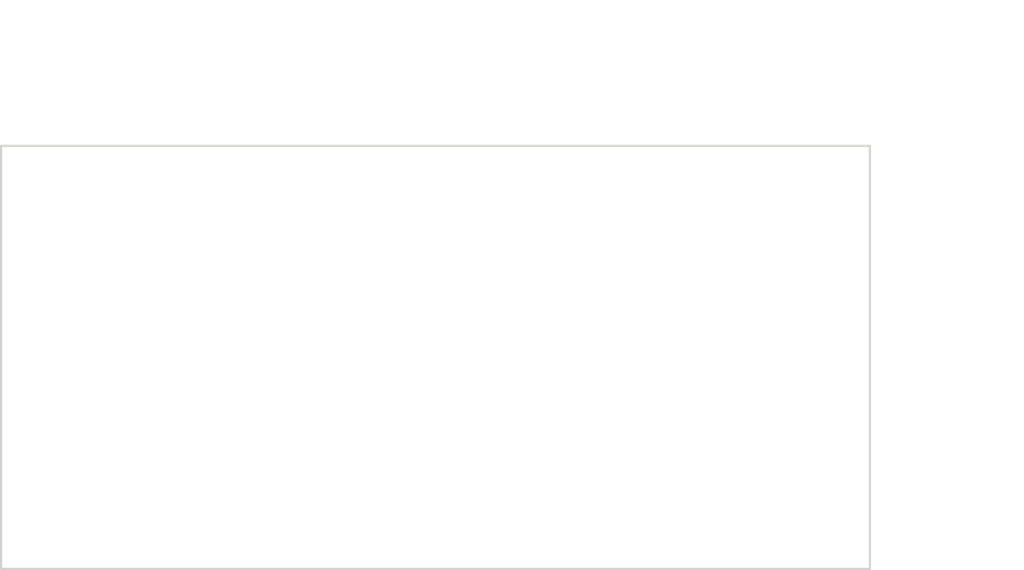
<source format=kicad_pcb>
(kicad_pcb (version 20221018) (generator pcbnew)

  (general
    (thickness 1.6)
  )

  (paper "A4")
  (layers
    (0 "F.Cu" signal)
    (31 "B.Cu" signal)
    (32 "B.Adhes" user "B.Adhesive")
    (33 "F.Adhes" user "F.Adhesive")
    (34 "B.Paste" user)
    (35 "F.Paste" user)
    (36 "B.SilkS" user "B.Silkscreen")
    (37 "F.SilkS" user "F.Silkscreen")
    (38 "B.Mask" user)
    (39 "F.Mask" user)
    (40 "Dwgs.User" user "User.Drawings")
    (41 "Cmts.User" user "User.Comments")
    (42 "Eco1.User" user "User.Eco1")
    (43 "Eco2.User" user "User.Eco2")
    (44 "Edge.Cuts" user)
    (45 "Margin" user)
    (46 "B.CrtYd" user "B.Courtyard")
    (47 "F.CrtYd" user "F.Courtyard")
    (48 "B.Fab" user)
    (49 "F.Fab" user)
  )

  (setup
    (pad_to_mask_clearance 0.051)
    (solder_mask_min_width 0.25)
    (pcbplotparams
      (layerselection 0x00010fc_ffffffff)
      (plot_on_all_layers_selection 0x0000000_00000000)
      (disableapertmacros false)
      (usegerberextensions false)
      (usegerberattributes false)
      (usegerberadvancedattributes false)
      (creategerberjobfile false)
      (dashed_line_dash_ratio 12.000000)
      (dashed_line_gap_ratio 3.000000)
      (svgprecision 4)
      (plotframeref false)
      (viasonmask false)
      (mode 1)
      (useauxorigin false)
      (hpglpennumber 1)
      (hpglpenspeed 20)
      (hpglpendiameter 15.000000)
      (dxfpolygonmode true)
      (dxfimperialunits true)
      (dxfusepcbnewfont true)
      (psnegative false)
      (psa4output false)
      (plotreference true)
      (plotvalue true)
      (plotinvisibletext false)
      (sketchpadsonfab false)
      (subtractmaskfromsilk false)
      (outputformat 1)
      (mirror false)
      (drillshape 1)
      (scaleselection 1)
      (outputdirectory "")
    )
  )

  (net 0 "")

  (gr_line (start 177.93 88.335001) (end 177.93 76.16)
    (stroke (width 0.2) (type solid)) (layer "Dwgs.User") (tstamp 0e5704ab-2314-4438-ac45-55c21784b966))
  (gr_line (start 98.93 88.335001) (end 98.93 76.16)
    (stroke (width 0.2) (type solid)) (layer "Dwgs.User") (tstamp 87cb4669-6bb1-4f6a-95af-8a63a5d6025c))
  (gr_line (start 178.93 89.335) (end 191.105 89.335)
    (stroke (width 0.2) (type solid)) (layer "Dwgs.User") (tstamp 9b040442-a693-4c23-8a3c-46c26d7013a3))
  (gr_line (start 187.93 91.335) (end 187.93 94.526985)
    (stroke (width 0.2) (type solid)) (layer "Dwgs.User") (tstamp a1a7d770-ada2-4e21-ac7b-f4c42e712477))
  (gr_line (start 187.93 125.835) (end 187.93 101.643016)
    (stroke (width 0.2) (type solid)) (layer "Dwgs.User") (tstamp aaf05b50-6beb-4d10-a73f-a44160addc77))
  (gr_line (start 175.93 79.335) (end 142.474611 79.335)
    (stroke (width 0.2) (type solid)) (layer "Dwgs.User") (tstamp c06ef7a9-75e0-43b5-8ba7-5e303650310e))
  (gr_line (start 178.93 127.835) (end 191.105 127.835)
    (stroke (width 0.2) (type solid)) (layer "Dwgs.User") (tstamp cc71e6b9-5889-4fdc-b0df-bb348451f79a))
  (gr_line (start 100.93 79.335) (end 134.385388 79.335)
    (stroke (width 0.2) (type solid)) (layer "Dwgs.User") (tstamp d4aef6da-076a-448d-967f-b829f828bc6a))
  (gr_line (start 177.93 127.835) (end 177.93 89.335)
    (stroke (width 0.2) (type solid)) (layer "Edge.Cuts") (tstamp 58f5629a-b668-427f-9d58-406759686478))
  (gr_line (start 177.93 89.335) (end 98.93 89.335)
    (stroke (width 0.2) (type solid)) (layer "Edge.Cuts") (tstamp aa36fd4d-d36c-423b-9dc2-16f3d61a7595))
  (gr_line (start 98.93 89.335) (end 98.93 127.835001)
    (stroke (width 0.2) (type solid)) (layer "Edge.Cuts") (tstamp b154a574-29b0-466b-bfa9-894f6844e792))
  (gr_line (start 98.93 127.835001) (end 177.93 127.835)
    (stroke (width 0.2) (type solid)) (layer "Edge.Cuts") (tstamp f02c0ac1-8ac2-45d7-b7d5-3fbbc1599b80))
  (gr_text "[3.11]" (at 138.43 81.224462) (layer "Dwgs.User") (tstamp 088c005f-2759-4cd0-a4a8-a4299096afd8)
    (effects (font (size 1.7 1.53) (thickness 0.2125)))
  )
  (gr_text "[1.52]" (at 187.93 99.974462) (layer "Dwgs.User") (tstamp 195d0bb7-c5c6-48e0-8c4c-2fdfccd633e2)
    (effects (font (size 1.7 1.53) (thickness 0.2125)))
  )
  (gr_text " 79.00" (at 138.43 77.667026) (layer "Dwgs.User") (tstamp 4de62015-c16f-4499-8ad5-16ba6c451dac)
    (effects (font (size 1.7 1.53) (thickness 0.2125)))
  )
  (gr_text " 38.50" (at 187.93 96.416447) (layer "Dwgs.User") (tstamp c928d818-f4d7-4813-a5d5-2bced1bd36c6)
    (effects (font (size 1.7 1.53) (thickness 0.2125)))
  )

)

</source>
